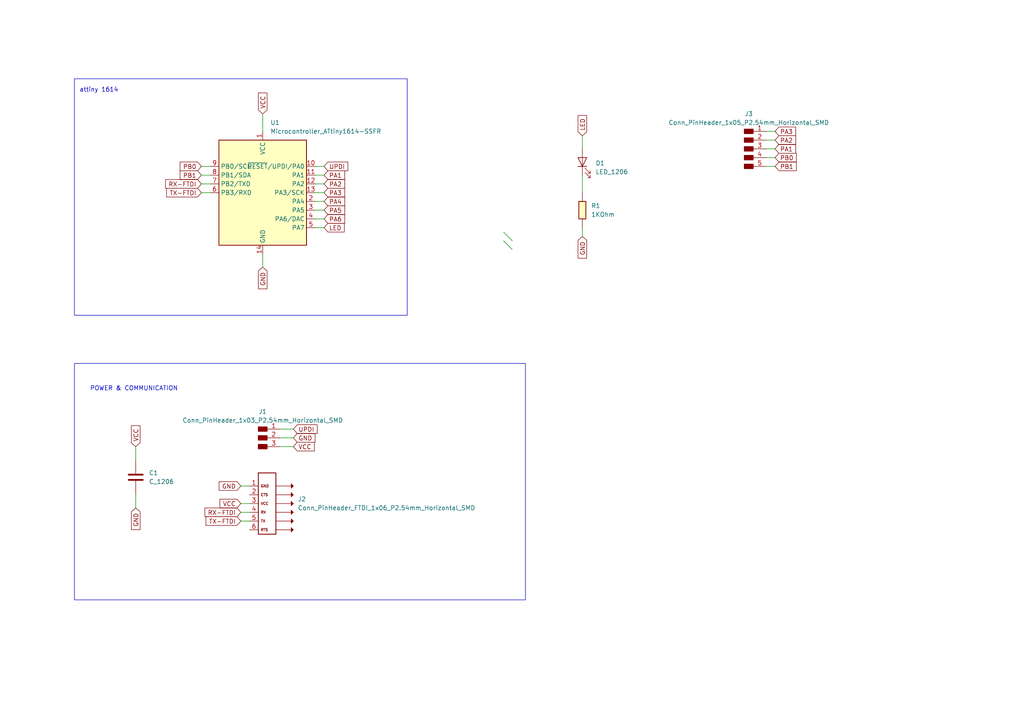
<source format=kicad_sch>
(kicad_sch (version 20231120) (generator "eeschema") (generator_version "8.0")
  (paper "A4")
  (lib_symbols
    (symbol "fab:C_1206" (pin_numbers hide)
      (property "Reference" "C" (at 0.635 2.54 0))
      (property "Value" "C_1206" (at 0.635 -2.54 0))
      (symbol "C_1206_0_1"
        (polyline (pts (xy -2.032 -0.762) (xy 2.032 -0.762)) (stroke (width 0.508)))
        (polyline (pts (xy -2.032 0.762) (xy 2.032 0.762)) (stroke (width 0.508)))
        (polyline (pts (xy 0 -0.635) (xy 0 -2.54)))
        (polyline (pts (xy 0 0.635) (xy 0 2.54)))
      )
      (symbol "C_1206_1_1"
        (pin passive line (at 0 5.08 270) (length 2.54) (name "~") (number "1"))
        (pin passive line (at 0 -5.08 90) (length 2.54) (name "~") (number "2"))
      )
    )
    (symbol "fab:Conn_PinHeader_1x03_P2.54mm_Horizontal_SMD" (pin_names hide)
      (property "Reference" "J" (at 0 5.08 0))
      (property "Value" "Conn_PinHeader_1x03_P2.54mm_Horizontal_SMD" (at 0 -5.08 0))
      (symbol "Conn_PinHeader_1x03_P2.54mm_Horizontal_SMD_1_1"
        (rectangle (start -1.27 -1.905) (end 1.27 -3.175) (stroke (width 0.254)) (fill (type outline)))
        (rectangle (start -1.27 0.635) (end 1.27 -0.635) (stroke (width 0.254)) (fill (type outline)))
        (rectangle (start -1.27 3.175) (end 1.27 1.905) (stroke (width 0.254)) (fill (type outline)))
        (pin passive line (at 5.08 2.54 180) (length 3.81) (name "Pin_1") (number "1"))
        (pin passive line (at 5.08 0 180) (length 3.81) (name "Pin_2") (number "2"))
        (pin passive line (at 5.08 -2.54 180) (length 3.81) (name "Pin_3") (number "3"))
      )
    )
    (symbol "fab:Conn_PinHeader_1x05_P2.54mm_Horizontal_SMD" (pin_names hide)
      (property "Reference" "J" (at 0 7.62 0))
      (property "Value" "Conn_PinHeader_1x05_P2.54mm_Horizontal_SMD" (at 0 -7.62 0))
      (symbol "Conn_PinHeader_1x05_P2.54mm_Horizontal_SMD_1_1"
        (rectangle (start -1.27 -4.445) (end 1.27 -5.715) (stroke (width 0.254)) (fill (type outline)))
        (rectangle (start -1.27 -1.905) (end 1.27 -3.175) (stroke (width 0.254)) (fill (type outline)))
        (rectangle (start -1.27 0.635) (end 1.27 -0.635) (stroke (width 0.254)) (fill (type outline)))
        (rectangle (start -1.27 3.175) (end 1.27 1.905) (stroke (width 0.254)) (fill (type outline)))
        (rectangle (start -1.27 5.715) (end 1.27 4.445) (stroke (width 0.254)) (fill (type outline)))
        (pin passive line (at 5.08 5.08 180) (length 3.81) (name "Pin_1") (number "1"))
        (pin passive line (at 5.08 2.54 180) (length 3.81) (name "Pin_2") (number "2"))
        (pin passive line (at 5.08 0 180) (length 3.81) (name "Pin_3") (number "3"))
        (pin passive line (at 5.08 -2.54 180) (length 3.81) (name "Pin_4") (number "4"))
        (pin passive line (at 5.08 -5.08 180) (length 3.81) (name "Pin_5") (number "5"))
      )
    )
    (symbol "fab:Conn_PinHeader_FTDI_1x06_P2.54mm_Horizontal_SMD"
      (property "Reference" "J" (at 0 10.16 0))
      (property "Value" "Conn_PinHeader_FTDI_1x06_P2.54mm_Horizontal_SMD" (at 0 -10.16 0))
      (symbol "Conn_PinHeader_FTDI_1x06_P2.54mm_Horizontal_SMD_0_0"
        (polyline (pts (xy 2.54 -7.62) (xy 7.62 -7.62)))
        (polyline (pts (xy 2.54 -5.08) (xy 7.62 -5.08)))
        (polyline (pts (xy 2.54 -2.54) (xy 7.62 -2.54)))
        (polyline (pts (xy 2.54 0) (xy 7.62 0)))
        (polyline (pts (xy 2.54 2.54) (xy 7.62 2.54)))
        (polyline (pts (xy 2.54 5.08) (xy 7.62 5.08)))
        (polyline (pts (xy 6.985 -6.985) (xy 7.62 -7.62) (xy 6.985 -8.255) (xy 6.985 -6.985)) (fill (type outline)))
        (polyline (pts (xy 6.985 -4.445) (xy 7.62 -5.08) (xy 6.985 -5.715) (xy 6.985 -4.445)) (fill (type outline)))
        (polyline (pts (xy 6.985 -1.905) (xy 7.62 -2.54) (xy 6.985 -3.175) (xy 6.985 -1.905)) (fill (type outline)))
        (polyline (pts (xy 6.985 0.635) (xy 7.62 0) (xy 6.985 -0.635) (xy 6.985 0.635)) (fill (type outline)))
        (polyline (pts (xy 6.985 3.175) (xy 7.62 2.54) (xy 6.985 1.905) (xy 6.985 3.175)) (fill (type outline)))
        (polyline (pts (xy 6.985 5.715) (xy 7.62 5.08) (xy 6.985 4.445) (xy 6.985 5.715)) (fill (type outline)))
        (text "CTS" (at -1.905 2.54 0) (effects (font (size 0.75 0.75)) (justify left)))
        (text "GND" (at -1.905 5.08 0) (effects (font (size 0.75 0.75)) (justify left)))
        (text "RTS" (at -1.905 -7.62 0) (effects (font (size 0.75 0.75)) (justify left)))
        (text "RX" (at -1.905 -2.54 0) (effects (font (size 0.75 0.75)) (justify left)))
        (text "TX" (at -1.905 -5.08 0) (effects (font (size 0.75 0.75)) (justify left)))
        (text "VCC" (at -1.905 0 0) (effects (font (size 0.75 0.75)) (justify left)))
      )
      (symbol "Conn_PinHeader_FTDI_1x06_P2.54mm_Horizontal_SMD_1_0"
        (rectangle (start -2.54 8.89) (end 2.54 -8.89) (stroke (width 0.254)))
      )
      (symbol "Conn_PinHeader_FTDI_1x06_P2.54mm_Horizontal_SMD_1_1"
        (pin passive line (at -5.08 5.08 0) (length 2.54) (name "") (number "1"))
        (pin passive line (at -5.08 2.54 0) (length 2.54) (name "") (number "2"))
        (pin passive line (at -5.08 0 0) (length 2.54) (name "") (number "3"))
        (pin passive line (at -5.08 -2.54 0) (length 2.54) (name "") (number "4"))
        (pin passive line (at -5.08 -5.08 0) (length 2.54) (name "") (number "5"))
        (pin passive line (at -5.08 -7.62 0) (length 2.54) (name "") (number "6"))
      )
    )
    (symbol "fab:LED_1206" (pin_numbers hide) (pin_names (offset 1.016) hide)
      (property "Reference" "D" (at 0 2.54 0))
      (property "Value" "LED_1206" (at 0 -2.54 0))
      (symbol "LED_1206_0_1"
        (polyline (pts (xy -1.27 -1.27) (xy -1.27 1.27)) (stroke (width 0.2032)))
        (polyline (pts (xy -1.27 0) (xy 1.27 0)))
        (polyline (pts (xy 1.27 -1.27) (xy 1.27 1.27) (xy -1.27 0) (xy 1.27 -1.27)) (stroke (width 0.2032)))
        (polyline (pts (xy -3.048 -0.762) (xy -4.572 -2.286) (xy -3.81 -2.286) (xy -4.572 -2.286) (xy -4.572 -1.524)))
        (polyline (pts (xy -1.778 -0.762) (xy -3.302 -2.286) (xy -2.54 -2.286) (xy -3.302 -2.286) (xy -3.302 -1.524)))
      )
      (symbol "LED_1206_1_1"
        (pin passive line (at -3.81 0 0) (length 2.54) (name "K") (number "1"))
        (pin passive line (at 3.81 0 180) (length 2.54) (name "A") (number "2"))
      )
    )
    (symbol "fab:Microcontroller_ATtiny1614-SSFR"
      (property "Reference" "U" (at -12.7 17.78 0))
      (property "Value" "Microcontroller_ATtiny1614-SSFR" (at 7.62 17.78 0))
      (symbol "Microcontroller_ATtiny1614-SSFR_0_1"
        (rectangle (start -12.7 -15.24) (end 12.7 15.24) (stroke (width 0.254)) (fill (type background)))
      )
      (symbol "Microcontroller_ATtiny1614-SSFR_1_1"
        (pin power_in line (at 0 17.78 270) (length 2.54) (name "VCC") (number "1"))
        (pin bidirectional line (at 15.24 7.62 180) (length 2.54) (name "~{RESET}/UPDI/PA0") (number "10"))
        (pin bidirectional line (at 15.24 5.08 180) (length 2.54) (name "PA1") (number "11"))
        (pin bidirectional line (at 15.24 2.54 180) (length 2.54) (name "PA2") (number "12"))
        (pin bidirectional line (at 15.24 0 180) (length 2.54) (name "PA3/SCK") (number "13"))
        (pin power_in line (at 0 -17.78 90) (length 2.54) (name "GND") (number "14"))
        (pin bidirectional line (at 15.24 -2.54 180) (length 2.54) (name "PA4") (number "2"))
        (pin bidirectional line (at 15.24 -5.08 180) (length 2.54) (name "PA5") (number "3"))
        (pin bidirectional line (at 15.24 -7.62 180) (length 2.54) (name "PA6/DAC") (number "4"))
        (pin bidirectional line (at 15.24 -10.16 180) (length 2.54) (name "PA7") (number "5"))
        (pin bidirectional line (at -15.24 0 0) (length 2.54) (name "PB3/RXD") (number "6"))
        (pin bidirectional line (at -15.24 2.54 0) (length 2.54) (name "PB2/TXD") (number "7"))
        (pin bidirectional line (at -15.24 5.08 0) (length 2.54) (name "PB1/SDA") (number "8"))
        (pin bidirectional line (at -15.24 7.62 0) (length 2.54) (name "PB0/SCL") (number "9"))
      )
    )
    (symbol "fab:R_1206" (pin_numbers hide) (pin_names (offset 0))
      (property "Reference" "R" (at 2.54 0 90))
      (property "Value" "R_1206" (at -2.54 0 90))
      (symbol "R_1206_0_1"
        (rectangle (start -1.016 -2.54) (end 1.016 2.54) (stroke (width 0.254)) (fill (type background)))
      )
      (symbol "R_1206_1_1"
        (pin passive line (at 0 5.08 270) (length 2.54) (name "~") (number "1"))
        (pin passive line (at 0 -5.08 90) (length 2.54) (name "~") (number "2"))
      )
    )
  )
  (bus_entry (at 146.05 67.31) (size 2.54 2.54))
  (bus_entry (at 146.05 69.85) (size 2.54 2.54))
  (wire (pts (xy 91.44 48.26) (xy 93.98 48.26)))
  (wire (pts (xy 58.42 50.8) (xy 60.96 50.8)))
  (wire (pts (xy 91.44 50.8) (xy 93.98 50.8)))
  (wire (pts (xy 39.37 129.54) (xy 39.37 133.35)))
  (wire (pts (xy 58.42 53.34) (xy 60.96 53.34)))
  (wire (pts (xy 76.2 73.66) (xy 76.2 77.47)))
  (wire (pts (xy 222.25 48.26) (xy 224.79 48.26)))
  (wire (pts (xy 69.85 140.97) (xy 72.39 140.97)))
  (wire (pts (xy 58.42 55.88) (xy 60.96 55.88)))
  (wire (pts (xy 69.85 151.13) (xy 72.39 151.13)))
  (wire (pts (xy 91.44 53.34) (xy 93.98 53.34)))
  (wire (pts (xy 76.2 33.02) (xy 76.2 38.1)))
  (wire (pts (xy 81.28 129.54) (xy 85.09 129.54)))
  (wire (pts (xy 168.91 39.37) (xy 168.91 43.18)))
  (wire (pts (xy 222.25 38.1) (xy 224.79 38.1)))
  (wire (pts (xy 58.42 48.26) (xy 60.96 48.26)))
  (wire (pts (xy 222.25 43.18) (xy 224.79 43.18)))
  (wire (pts (xy 81.28 124.46) (xy 85.09 124.46)))
  (wire (pts (xy 222.25 40.64) (xy 224.79 40.64)))
  (wire (pts (xy 91.44 55.88) (xy 93.98 55.88)))
  (wire (pts (xy 91.44 66.04) (xy 93.98 66.04)))
  (wire (pts (xy 81.28 127) (xy 85.09 127)))
  (wire (pts (xy 91.44 58.42) (xy 93.98 58.42)))
  (wire (pts (xy 91.44 63.5) (xy 93.98 63.5)))
  (wire (pts (xy 168.91 66.04) (xy 168.91 68.58)))
  (wire (pts (xy 69.85 148.59) (xy 72.39 148.59)))
  (wire (pts (xy 222.25 45.72) (xy 224.79 45.72)))
  (wire (pts (xy 91.44 60.96) (xy 93.98 60.96)))
  (wire (pts (xy 39.37 143.51) (xy 39.37 147.32)))
  (wire (pts (xy 69.85 146.05) (xy 72.39 146.05)))
  (wire (pts (xy 168.91 50.8) (xy 168.91 55.88)))
  (rectangle (start 21.59 105.41) (end 152.4 173.99))
  (rectangle (start 21.59 22.86) (end 118.11 91.44))
  (text "POWER & COMMUNICATION\n" (at 38.862 112.776 0) (effects (font (size 1.27 1.27))))
  (text "attiny 1614\n" (at 28.702 26.162 0) (effects (font (size 1.27 1.27))))
  (global_label "TX-FTDI" (shape input) (at 69.85 151.13 180) (property "Intersheetrefs" "${INTERSHEET_REFS}" (effects (hide yes))))
  (global_label "VCC" (shape input) (at 76.2 33.02 90) (property "Intersheetrefs" "${INTERSHEET_REFS}" (effects (hide yes))))
  (global_label "RX-FTDI" (shape input) (at 69.85 148.59 180) (property "Intersheetrefs" "${INTERSHEET_REFS}" (effects (hide yes))))
  (global_label "GND" (shape input) (at 168.91 68.58 270) (property "Intersheetrefs" "${INTERSHEET_REFS}" (effects (hide yes))))
  (global_label "LED" (shape input) (at 168.91 39.37 90) (property "Intersheetrefs" "${INTERSHEET_REFS}" (effects (hide yes))))
  (global_label "PA5" (shape input) (at 93.98 60.96 0) (property "Intersheetrefs" "${INTERSHEET_REFS}" (effects (hide yes))))
  (global_label "TX-FTDI" (shape input) (at 58.42 55.88 180) (property "Intersheetrefs" "${INTERSHEET_REFS}" (effects (hide yes))))
  (global_label "PB1" (shape input) (at 58.42 50.8 180) (property "Intersheetrefs" "${INTERSHEET_REFS}" (effects (hide yes))))
  (global_label "GND" (shape input) (at 85.09 127 0) (property "Intersheetrefs" "${INTERSHEET_REFS}" (effects (hide yes))))
  (global_label "PA4" (shape input) (at 93.98 58.42 0) (property "Intersheetrefs" "${INTERSHEET_REFS}" (effects (hide yes))))
  (global_label "PA1" (shape input) (at 93.98 50.8 0) (property "Intersheetrefs" "${INTERSHEET_REFS}" (effects (hide yes))))
  (global_label "VCC" (shape input) (at 39.37 129.54 90) (property "Intersheetrefs" "${INTERSHEET_REFS}" (effects (hide yes))))
  (global_label "PA1" (shape input) (at 224.79 43.18 0) (property "Intersheetrefs" "${INTERSHEET_REFS}" (effects (hide yes))))
  (global_label "GND" (shape input) (at 39.37 147.32 270) (property "Intersheetrefs" "${INTERSHEET_REFS}" (effects (hide yes))))
  (global_label "PA2" (shape input) (at 93.98 53.34 0) (property "Intersheetrefs" "${INTERSHEET_REFS}" (effects (hide yes))))
  (global_label "PA3" (shape input) (at 93.98 55.88 0) (property "Intersheetrefs" "${INTERSHEET_REFS}" (effects (hide yes))))
  (global_label "RX-FTDI" (shape input) (at 58.42 53.34 180) (property "Intersheetrefs" "${INTERSHEET_REFS}" (effects (hide yes))))
  (global_label "VCC" (shape input) (at 85.09 129.54 0) (property "Intersheetrefs" "${INTERSHEET_REFS}" (effects (hide yes))))
  (global_label "UPDI" (shape input) (at 93.98 48.26 0) (property "Intersheetrefs" "${INTERSHEET_REFS}" (effects (hide yes))))
  (global_label "GND" (shape input) (at 69.85 140.97 180) (property "Intersheetrefs" "${INTERSHEET_REFS}" (effects (hide yes))))
  (global_label "VCC" (shape input) (at 69.85 146.05 180) (property "Intersheetrefs" "${INTERSHEET_REFS}" (effects (hide yes))))
  (global_label "GND" (shape input) (at 76.2 77.47 270) (property "Intersheetrefs" "${INTERSHEET_REFS}" (effects (hide yes))))
  (global_label "PA6" (shape input) (at 93.98 63.5 0) (property "Intersheetrefs" "${INTERSHEET_REFS}" (effects (hide yes))))
  (global_label "PA2" (shape input) (at 224.79 40.64 0) (property "Intersheetrefs" "${INTERSHEET_REFS}" (effects (hide yes))))
  (global_label "UPDI" (shape input) (at 85.09 124.46 0) (property "Intersheetrefs" "${INTERSHEET_REFS}" (effects (hide yes))))
  (global_label "LED" (shape input) (at 93.98 66.04 0) (property "Intersheetrefs" "${INTERSHEET_REFS}" (effects (hide yes))))
  (global_label "PB1" (shape input) (at 224.79 48.26 0) (property "Intersheetrefs" "${INTERSHEET_REFS}" (effects (hide yes))))
  (global_label "PB0" (shape input) (at 58.42 48.26 180) (property "Intersheetrefs" "${INTERSHEET_REFS}" (effects (hide yes))))
  (global_label "PB0" (shape input) (at 224.79 45.72 0) (property "Intersheetrefs" "${INTERSHEET_REFS}" (effects (hide yes))))
  (global_label "PA3" (shape input) (at 224.79 38.1 0) (property "Intersheetrefs" "${INTERSHEET_REFS}" (effects (hide yes))))
  (symbol (lib_id "fab:C_1206") (at 39.37 138.43 0) (unit 1)
    (property "Reference" "C1" (at 43.18 137.1599 0) (effects (justify left)))
    (property "Value" "C_1206" (at 43.18 139.6999 0) (effects (justify left)))
    (property "Footprint" "fab:C_1206" (effects (hide yes)))
    (property "Datasheet" "https://www.yageo.com/upload/media/product/productsearch/datasheet/mlcc/UPY-GP_NP0_16V-to-50V_18.pdf" (effects (hide yes)))
    (property "Description" "Unpolarized capacitor, SMD, 1206" (effects (hide yes)))
  )
  (symbol (lib_id "fab:LED_1206") (at 168.91 46.99 90) (unit 1)
    (property "Reference" "D1" (at 172.72 47.3201 90) (effects (justify right)))
    (property "Value" "LED_1206" (at 172.72 49.8601 90) (effects (justify right)))
    (property "Footprint" "fab:LED_1206" (effects (hide yes)))
    (property "Datasheet" "https://optoelectronics.liteon.com/upload/download/DS-22-98-0002/LTST-C150CKT.pdf" (effects (hide yes)))
    (property "Description" "Light emitting diode, Lite-On Inc. LTST, SMD" (effects (hide yes)))
  )
  (symbol (lib_id "fab:Conn_PinHeader_1x03_P2.54mm_Horizontal_SMD") (at 76.2 127 0) (unit 1)
    (property "Reference" "J1" (at 76.2 119.38 0))
    (property "Value" "Conn_PinHeader_1x03_P2.54mm_Horizontal_SMD" (at 76.2 121.92 0))
    (property "Footprint" "fab:PinHeader_1x03_P2.54mm_Horizontal_SMD" (effects (hide yes)))
    (property "Description" "Male connector, single row" (effects (hide yes)))
  )
  (symbol (lib_id "fab:R_1206") (at 168.91 60.96 0) (unit 1)
    (property "Reference" "R1" (at 171.45 59.6899 0) (effects (justify left)))
    (property "Value" "1KOhm" (at 171.45 62.2299 0) (effects (justify left)))
    (property "Footprint" "fab:R_1206" (effects (hide yes)))
    (property "Description" "Resistor" (effects (hide yes)))
  )
  (symbol (lib_id "fab:Microcontroller_ATtiny1614-SSFR") (at 76.2 55.88 0) (unit 1)
    (property "Reference" "U1" (at 78.3941 35.56 0) (effects (justify left)))
    (property "Value" "Microcontroller_ATtiny1614-SSFR" (at 78.3941 38.1 0) (effects (justify left)))
    (property "Footprint" "fab:SOIC-14_3.9x8.7mm_P1.27mm" (effects (hide yes)))
    (property "Datasheet" "http://ww1.microchip.com/downloads/en/DeviceDoc/ATtiny1614-16-17-DataSheet-DS40002204A.pdf" (effects (hide yes)))
    (property "Description" "AVR tinyAVR™ 1 Microcontroller IC 8-Bit 16MHz 16KB (16K x 8) FLASH 14-SOIC" (effects (hide yes)))
  )
  (symbol (lib_id "fab:Conn_PinHeader_1x05_P2.54mm_Horizontal_SMD") (at 217.17 43.18 0) (unit 1)
    (property "Reference" "J3" (at 217.17 33.02 0))
    (property "Value" "Conn_PinHeader_1x05_P2.54mm_Horizontal_SMD" (at 217.17 35.56 0))
    (property "Footprint" "fab:PinHeader_1x05_P2.54mm_Horizontal_SMD" (effects (hide yes)))
    (property "Description" "Male connector, single row" (effects (hide yes)))
  )
  (symbol (lib_id "fab:Conn_PinHeader_FTDI_1x06_P2.54mm_Horizontal_SMD") (at 77.47 146.05 0) (unit 1)
    (property "Reference" "J2" (at 86.36 144.7799 0) (effects (justify left)))
    (property "Value" "Conn_PinHeader_FTDI_1x06_P2.54mm_Horizontal_SMD" (at 86.36 147.3199 0) (effects (justify left)))
    (property "Footprint" "fab:PinHeader_1x06_P2.54mm_Horizontal_SMD" (effects (hide yes)))
    (property "Description" "FTDI header connector, usually used on the target board side" (effects (hide yes)))
  )
)
</source>
